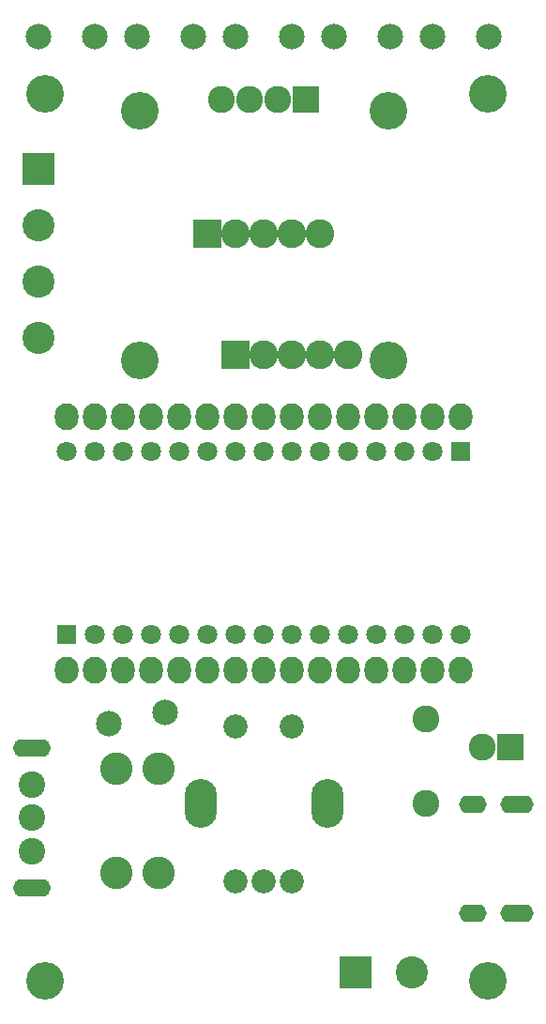
<source format=gbr>
G04 #@! TF.FileFunction,Soldermask,Bot*
%FSLAX46Y46*%
G04 Gerber Fmt 4.6, Leading zero omitted, Abs format (unit mm)*
G04 Created by KiCad (PCBNEW 4.0.5) date 12/07/17 20:38:25*
%MOMM*%
%LPD*%
G01*
G04 APERTURE LIST*
%ADD10C,0.500000*%
%ADD11C,2.178000*%
%ADD12O,2.900000X4.400500*%
%ADD13R,2.432000X2.432000*%
%ADD14C,2.432000*%
%ADD15C,3.400000*%
%ADD16C,2.305000*%
%ADD17O,2.127200X2.432000*%
%ADD18C,2.940000*%
%ADD19C,2.400000*%
%ADD20O,3.400000X1.600000*%
%ADD21O,2.500000X1.600000*%
%ADD22O,3.000000X1.600000*%
%ADD23R,2.500580X2.500580*%
%ADD24C,2.599640*%
%ADD25R,2.899360X2.899360*%
%ADD26C,2.899360*%
%ADD27C,1.797000*%
%ADD28R,1.797000X1.797000*%
G04 APERTURE END LIST*
D10*
D11*
X22225000Y13970000D03*
X27305000Y13970000D03*
X24765000Y13970000D03*
X22225000Y27940000D03*
X27305000Y27940000D03*
D12*
X30480000Y20955000D03*
X19050000Y20955000D03*
D13*
X28575000Y84455000D03*
D14*
X26035000Y84455000D03*
X23495000Y84455000D03*
X20955000Y84455000D03*
D15*
X36015000Y83475000D03*
X36015000Y60975000D03*
X13515000Y60975000D03*
X13515000Y83475000D03*
D16*
X15875000Y29210000D03*
X10775000Y28210000D03*
D14*
X39370000Y28575000D03*
X39370000Y20955000D03*
D17*
X6985000Y33020000D03*
X9525000Y33020000D03*
X12065000Y33020000D03*
X14605000Y33020000D03*
X17145000Y33020000D03*
X19685000Y33020000D03*
X22225000Y33020000D03*
X24765000Y33020000D03*
X27305000Y33020000D03*
X29845000Y33020000D03*
X32385000Y33020000D03*
X34925000Y33020000D03*
X37465000Y33020000D03*
X40005000Y33020000D03*
X42545000Y33020000D03*
X6985000Y55880000D03*
X37465000Y55880000D03*
X40005000Y55880000D03*
X34925000Y55880000D03*
X19685000Y55880000D03*
X17145000Y55880000D03*
X22225000Y55880000D03*
X42545000Y55880000D03*
X27305000Y55880000D03*
X24765000Y55880000D03*
X29845000Y55880000D03*
X32385000Y55880000D03*
X12065000Y55880000D03*
X14605000Y55880000D03*
X9525000Y55880000D03*
D18*
X15240000Y24130000D03*
X15240000Y14732000D03*
D19*
X3784600Y19692620D03*
X3810000Y16685000D03*
X3810000Y22685000D03*
D20*
X3810000Y13385000D03*
X3810000Y25985000D03*
D16*
X4445000Y90170000D03*
X9525000Y90170000D03*
X13335000Y90170000D03*
X18415000Y90170000D03*
X22225000Y90170000D03*
X27305000Y90170000D03*
X31115000Y90170000D03*
X36195000Y90170000D03*
X40005000Y90170000D03*
X45085000Y90170000D03*
D18*
X11430000Y24130000D03*
X11430000Y14732000D03*
D21*
X43580000Y11049000D03*
X43580000Y20949000D03*
D22*
X47580000Y11049000D03*
X47580000Y20949000D03*
D23*
X19685000Y72390000D03*
D24*
X22225000Y72390000D03*
X24765000Y72390000D03*
X27305000Y72390000D03*
X29845000Y72390000D03*
D25*
X4445000Y78232000D03*
D26*
X4445000Y73152000D03*
X4445000Y68072000D03*
X4445000Y62992000D03*
D27*
X42545000Y36195000D03*
X40005000Y36195000D03*
X37465000Y36195000D03*
X34925000Y36195000D03*
X32385000Y36195000D03*
D28*
X6985000Y36195000D03*
D27*
X9525000Y36195000D03*
X12065000Y36195000D03*
X14605000Y36195000D03*
X17145000Y36195000D03*
X19685000Y36195000D03*
X22225000Y36195000D03*
X24765000Y36195000D03*
X27305000Y36195000D03*
X29845000Y36195000D03*
X6985000Y52705000D03*
X9525000Y52705000D03*
X12065000Y52705000D03*
X14605000Y52705000D03*
X17145000Y52705000D03*
D28*
X42545000Y52705000D03*
D27*
X40005000Y52705000D03*
X37465000Y52705000D03*
X34925000Y52705000D03*
X32385000Y52705000D03*
X29845000Y52705000D03*
X27305000Y52705000D03*
X24765000Y52705000D03*
X22225000Y52705000D03*
X19685000Y52705000D03*
D15*
X45000000Y85000000D03*
X5000000Y85000000D03*
X5000000Y5000000D03*
X45000000Y5000000D03*
D25*
X33020000Y5715000D03*
D26*
X38100000Y5715000D03*
D14*
X44450000Y26035000D03*
D13*
X46990000Y26035000D03*
D23*
X22225000Y61468000D03*
D24*
X24765000Y61468000D03*
X27305000Y61468000D03*
X29845000Y61468000D03*
X32385000Y61468000D03*
M02*

</source>
